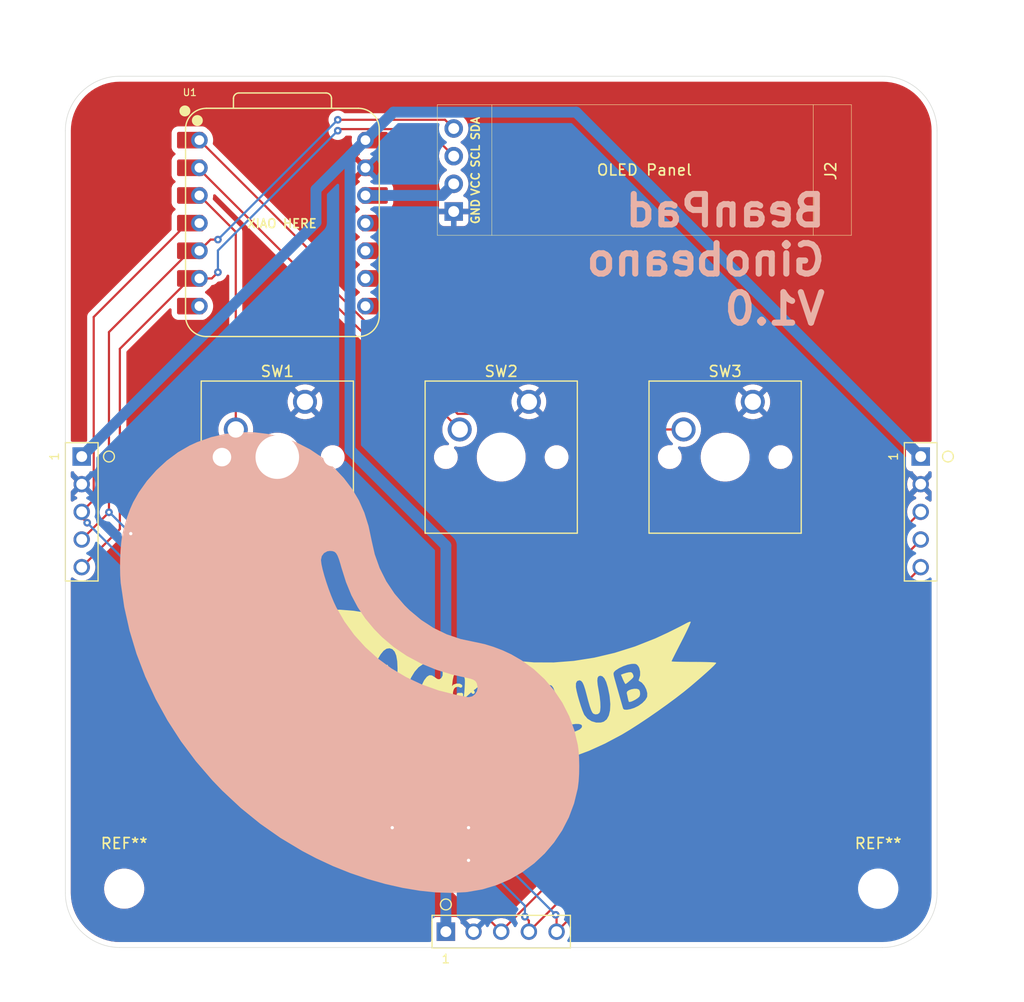
<source format=kicad_pcb>
(kicad_pcb (version 20241229) (generator "pcbnew") (generator_version "9.0")
  (layers (0 "F.Cu" signal "Front") (2 "B.Cu" signal "Back") (13 "F.Paste" user) (15 "B.Paste" user) (5 "F.SilkS" user "F.Silkscreen") (7 "B.SilkS" user "B.Silkscreen") (1 "F.Mask" user) (3 "B.Mask" user) (25 "Edge.Cuts" user))
  (net 0 "")
  (net 1 "VCC")
  (net 2 "GND")
  (net 3 "/GPIO4")
  (net 4 "/SDA")
  (net 5 "/SCL")
  (net 6 "/INT")
  (net 7 "+3V3")
  (net 8 "/GPIO26")
  (net 9 "/GPIO27")
  (net 10 "/GPIO28")
  (net 11 "/GPIO1")
  (net 12 "/GPIO1_1")
  (net 13 "/GPIO2")
  (net 14 "/GPIO3")
  (net 15 "/GPIO3_1")
  (net 16 "/GPIO0")
  (net 17 "/GPIO0_1")
  (net 18 "/GPIO2_1")
  (footprint "LOGO" (layer "F.Cu") (at 129.600325 133.741217)
    (property "Reference" "G***" (at 0 0 0) (layer "F.SilkS") (effects (font (size 1.5 1.5) (thickness 0.3))))
    (property "Value" "LOGO" (hide yes))
    (fp_poly (pts (xy 14.431238 -1.936395) (xy 14.493902 -1.819243) (xy 14.545199 -1.679951) (xy 14.530696 -1.568883) (xy 14.428679 -1.439529) (xy 14.232023 -1.25832) (xy 14.024325 -1.082035) (xy 13.867127 -0.963318) (xy 13.806581 -0.931333) (xy 13.745081 -1.002587) (xy 13.646834 -1.186152) (xy 13.568983 -1.358858) (xy 13.388359 -1.786383) (xy 13.615679 -1.87429) (xy 13.872567 -1.954075) (xy 14.115157 -2.007688) (xy 14.315972 -2.018455)) (fill yes) (layer "F.SilkS"))
    (fp_poly (pts (xy -7.991541 -2.630825) (xy -7.965579 -2.416811) (xy -7.963975 -2.09956) (xy -7.987445 -1.711339) (xy -8.013529 -1.4605) (xy -8.058113 -1.191591) (xy -8.136999 -1.054774) (xy -8.291955 -1.022039) (xy -8.564746 -1.065377) (xy -8.593667 -1.071451) (xy -8.840412 -1.121836) (xy -8.99235 -1.167662) (xy -9.050832 -1.237833) (xy -9.017213 -1.36125) (xy -8.892845 -1.566817) (xy -8.679082 -1.883436) (xy -8.634757 -1.949183) (xy -8.419548 -2.258561) (xy -8.23286 -2.507287) (xy -8.097398 -2.666283) (xy -8.04115 -2.709333)) (fill yes) (layer "F.SilkS"))
    (fp_poly (pts (xy 14.85805 -0.491677) (xy 15.038466 -0.420216) (xy 15.053733 -0.4064) (xy 15.132719 -0.235211) (xy 15.15073 -0.002236) (xy 15.10191 0.194196) (xy 15.090537 0.211667) (xy 14.94416 0.352199) (xy 14.728849 0.496148) (xy 14.491434 0.620263) (xy 14.278746 0.701294) (xy 14.137616 0.71599) (xy 14.111486 0.697744) (xy 14.071551 0.578835) (xy 14.022365 0.370315) (xy 14.015969 0.338667) (xy 13.963906 0.093091) (xy 13.917378 -0.099335) (xy 13.915097 -0.107543) (xy 13.952771 -0.242187) (xy 14.112813 -0.360234) (xy 14.348314 -0.449374) (xy 14.612363 -0.497292)) (fill yes) (layer "F.SilkS"))
    (fp_poly (pts (xy -12.375018 -7.755921) (xy -11.133015 -7.657177) (xy -9.849727 -7.459997) (xy -8.511892 -7.160988) (xy -7.106246 -6.756754) (xy -5.619528 -6.243901) (xy -4.038474 -5.619033) (xy -2.370667 -4.888289) (xy -1.809503 -4.639996) (xy -1.206147 -4.38684) (xy -0.613516 -4.150132) (xy -0.08453 -3.951182) (xy 0.211667 -3.84839) (xy 1.882908 -3.385503) (xy 3.613524 -3.075909) (xy 5.393236 -2.918555) (xy 7.211763 -2.91239) (xy 9.058828 -3.056361) (xy 10.92415 -3.349418) (xy 12.79745 -3.790508) (xy 14.668449 -4.378579) (xy 16.526868 -5.11258) (xy 17.653 -5.633027) (xy 18.113039 -5.859852) (xy 18.551803 -6.0801) (xy 18.932529 -6.275036) (xy 19.218455 -6.425927) (xy 19.325085 -6.485139) (xy 19.557238 -6.602294) (xy 19.730571 -6.659128) (xy 19.790752 -6.653234) (xy 19.771514 -6.563251) (xy 19.683123 -6.345266) (xy 19.535631 -6.020943) (xy 19.339089 -5.611946) (xy 19.103551 -5.13994) (xy 18.944167 -4.828683) (xy 18.686823 -4.328705) (xy 18.457692 -3.879435) (xy 18.267615 -3.502473) (xy 18.127437 -3.219415) (xy 18.047999 -3.051861) (xy 18.034 -3.015642) (xy 18.114804 -3.001046) (xy 18.341773 -2.988018) (xy 18.691741 -2.977157) (xy 19.141541 -2.969061) (xy 19.668009 -2.964327) (xy 20.061003 -2.963333) (xy 20.658023 -2.960159) (xy 21.18219 -2.951173) (xy 21.612232 -2.937182) (xy 21.92688 -2.918989) (xy 22.104859 -2.897402) (xy 22.136581 -2.884737) (xy 22.091562 -2.801002) (xy 21.922267 -2.618103) (xy 21.636325 -2.343056) (xy 21.241365 -1.982881) (xy 20.745017 -1.544596) (xy 20.154911 -1.035219) (xy 19.769667 -0.707406) (xy 19.14242 -0.195813) (xy 18.405784 0.37241) (xy 17.592845 0.974076) (xy 16.736689 1.585999) (xy 15.8704 2.184995) (xy 15.027064 2.747877) (xy 14.239768 3.251461) (xy 13.541596 3.67256) (xy 13.419667 3.742514) (xy 11.91231 4.542315) (xy 10.447125 5.206385) (xy 9.033313 5.73133) (xy 7.680078 6.113755) (xy 6.396621 6.350266) (xy 6.324631 6.359421) (xy 5.874787 6.39576) (xy 5.288805 6.413383) (xy 4.598746 6.413158) (xy 3.836667 6.39595) (xy 3.03463 6.362628) (xy 2.224693 6.314058) (xy 1.438916 6.251105) (xy 1.100667 6.218204) (xy 0.102328 6.103394) (xy -0.870763 5.965939) (xy -1.843661 5.800383) (xy -2.841418 5.60127) (xy -3.889087 5.363146) (xy -5.011722 5.080554) (xy -6.234375 4.748039) (xy -7.5821 4.360144) (xy -8.001 4.236194) (xy -9.489973 3.798233) (xy -10.832211 3.414598) (xy -11.466008 3.240414) (xy -3.288154 3.240414) (xy -3.241281 3.383149) (xy -3.131683 3.47186) (xy -2.898415 3.507062) (xy -2.628154 3.405124) (xy -2.343847 3.187276) (xy -2.068439 2.874748) (xy -1.824876 2.488771) (xy -1.655354 2.105908) (xy -1.547576 1.851112) (xy -1.442733 1.725795) (xy -1.31562 1.693333) (xy -1.235145 1.704439) (xy -1.172085 1.75545) (xy -1.116775 1.872901) (xy -1.059547 2.08333) (xy -0.990735 2.413274) (xy -0.922397 2.772833) (xy -0.823607 3.26676) (xy -0.736174 3.619613) (xy -0.651792 3.858508) (xy -0.562158 4.01056) (xy -0.533456 4.042833) (xy -0.286237 4.201104) (xy -0.027297 4.213727) (xy 0.198265 4.07876) (xy 0.202163 4.074501) (xy 0.33937 3.845383) (xy 0.388535 3.542986) (xy 0.349875 3.143744) (xy 0.22361 2.624087) (xy 0.215836 2.597374) (xy 0.097506 2.219715) (xy -0.011785 1.908454) (xy 3.308645 1.908454) (xy 3.356043 2.535312) (xy 3.471905 3.110377) (xy 3.640442 3.553917) (xy 3.935183 3.967599) (xy 4.314314 4.251372) (xy 4.751114 4.394199) (xy 5.218864 4.385043) (xy 5.476655 4.31236) (xy 5.793918 4.136128) (xy 6.011598 3.901646) (xy 6.095881 3.645825) (xy 6.096 3.636275) (xy 6.061889 3.417949) (xy 5.943203 3.304633) (xy 5.71541 3.284714) (xy 5.443094 3.327189) (xy 5.077187 3.369069) (xy 4.801249 3.305795) (xy 4.578698 3.11743) (xy 4.372958 2.78404) (xy 4.345565 2.729062) (xy 4.209493 2.40216) (xy 4.139667 2.081265) (xy 4.117936 1.681523) (xy 4.11782 1.664429) (xy 4.148444 1.160915) (xy 4.252328 0.791934) (xy 4.437748 0.535651) (xy 4.585644 0.430192) (xy 4.750762 0.356) (xy 4.894724 0.363866) (xy 5.098373 0.458688) (xy 5.103756 0.461583) (xy 5.387702 0.564936) (xy 5.579542 0.534379) (xy 5.666827 0.385432) (xy 5.637104 0.133615) (xy 5.544233 -0.087438) (xy 5.452795 -0.203726) (xy 6.528935 -0.203726) (xy 6.535591 0.085064) (xy 6.571263 0.478491) (xy 6.635924 1.001239) (xy 6.68099 1.332336) (xy 6.746856 1.819527) (xy 6.809447 2.304527) (xy 6.862028 2.733753) (xy 6.897865 3.053627) (xy 6.899978 3.074603) (xy 6.937216 3.357637) (xy 6.998837 3.563029) (xy 7.10618 3.696127) (xy 7.280584 3.762278) (xy 7.543388 3.766826) (xy 7.915933 3.715118) (xy 8.419557 3.612502) (xy 8.751052 3.538365) (xy 9.250845 3.400542) (xy 9.589856 3.248359) (xy 9.776365 3.077052) (xy 9.821333 2.922613) (xy 9.745446 2.801713) (xy 9.536772 2.736791) (xy 9.223793 2.732186) (xy 8.889107 2.780564) (xy 8.54957 2.837342) (xy 8.213353 2.872762) (xy 8.066142 2.878667) (xy 7.718144 2.878667) (xy 7.670206 2.307167) (xy 7.587551 1.429839) (xy 7.499275 0.711932) (xy 7.403247 0.143569) (xy 7.297338 -0.285127) (xy 7.179419 -0.584032) (xy 7.120203 -0.664292) (xy 9.25421 -0.664292) (xy 9.258803 -0.628206) (xy 9.323085 -0.285196) (xy 9.428572 0.144107) (xy 9.561253 0.613919) (xy 9.707116 1.078457) (xy 9.852152 1.491937) (xy 9.982349 1.808576) (xy 10.037458 1.916192) (xy 10.31793 2.249277) (xy 10.693137 2.485428) (xy 11.117856 2.609188) (xy 11.546866 2.605101) (xy 11.813807 2.523315) (xy 12.082888 2.310024) (xy 12.274658 1.959855) (xy 12.386003 1.488142) (xy 12.413812 0.91022) (xy 12.354972 0.241422) (xy 12.320373 0.027688) (xy 12.185049 -0.62225) (xy 12.037274 -1.111173) (xy 11.873186 -1.44718) (xy 11.688922 -1.638372) (xy 11.499729 -1.693333) (xy 11.339368 -1.647806) (xy 11.246355 -1.501317) (xy 11.218808 -1.239003) (xy 11.254847 -0.846002) (xy 11.33513 -0.392824) (xy 11.437058 0.200818) (xy 11.495871 0.7396) (xy 11.510301 1.194655) (xy 11.47908 1.537119) (xy 11.427021 1.698899) (xy 11.273747 1.827766) (xy 11.051171 1.858193) (xy 10.861784 1.794903) (xy 10.761569 1.683537) (xy 10.653183 1.463902) (xy 10.531217 1.120982) (xy 10.390259 0.639763) (xy 10.243173 0.077932) (xy 10.102467 -0.445712) (xy 9.978341 -0.822112) (xy 9.860737 -1.071248) (xy 9.739595 -1.2131) (xy 9.604858 -1.267648) (xy 9.564578 -1.27) (xy 9.363457 -1.200502) (xy 9.258954 -0.996402) (xy 9.25421 -0.664292) (xy 7.120203 -0.664292) (xy 7.047359 -0.763023) (xy 7.000862 -0.79713) (xy 6.867277 -0.836935) (xy 6.740313 -0.75423) (xy 6.683362 -0.68912) (xy 6.602792 -0.566133) (xy 6.551326 -0.412563) (xy 6.528935 -0.203726) (xy 5.452795 -0.203726) (xy 5.31166 -0.383217) (xy 5.009783 -0.546193) (xy 4.66803 -0.581135) (xy 4.31583 -0.492812) (xy 3.98261 -0.285994) (xy 3.697799 0.034552) (xy 3.58568 0.229949) (xy 3.422618 0.70449) (xy 3.330555 1.281086) (xy 3.308645 1.908454) (xy -0.011785 1.908454) (xy -0.027129 1.864754) (xy -0.13653 1.592647) (xy -0.166466 1.529621) (xy -0.330122 1.208828) (xy -0.068968 0.964247) (xy 0.21405 0.668464) (xy 0.481238 0.335424) (xy 0.706902 0.003254) (xy 0.865345 -0.289919) (xy 0.930871 -0.505967) (xy 0.931333 -0.519971) (xy 0.883763 -0.747904) (xy 0.741968 -0.836538) (xy 0.507327 -0.786344) (xy 0.181216 -0.59779) (xy -0.234989 -0.271342) (xy -0.503017 -0.03207) (xy -0.755058 0.191416) (xy -0.94604 0.342246) (xy -1.053993 0.404316) (xy -1.066524 0.381) (xy -1.033645 0.226356) (xy -0.999411 -0.051557) (xy -0.968879 -0.406793) (xy -0.954523 -0.636418) (xy -0.935771 -1.024284) (xy -0.93398 -1.284292) (xy -0.955933 -1.457609) (xy -1.008413 -1.585404) (xy -1.098205 -1.708845) (xy -1.139375 -1.758251) (xy -1.272799 -1.878187) (xy 12.706197 -1.878187) (xy 12.732777 -1.698992) (xy 12.795878 -1.455156) (xy 12.858744 -1.229401) (xy 12.953537 -0.893698) (xy 13.069429 -0.485895) (xy 13.195594 -0.043843) (xy 13.321205 0.394609) (xy 13.435433 0.79161) (xy 13.527453 1.109311) (xy 13.586435 1.309862) (xy 13.593595 1.3335) (xy 13.702162 1.418532) (xy 13.933869 1.430771) (xy 14.259946 1.372242) (xy 14.606488 1.262172) (xy 14.993442 1.072599) (xy 15.345111 0.820011) (xy 15.621384 0.539471) (xy 15.78215 0.266041) (xy 15.794996 0.223233) (xy 15.804451 -0.095411) (xy 15.708451 -0.45016) (xy 15.533556 -0.788348) (xy 15.306326 -1.05731) (xy 15.078878 -1.196707) (xy 15.005975 -1.259405) (xy 15.046893 -1.394429) (xy 15.058525 -1.416648) (xy 15.146987 -1.72119) (xy 15.147369 -2.080092) (xy 15.065473 -2.414856) (xy 14.972489 -2.580279) (xy 14.847 -2.716819) (xy 14.712163 -2.779213) (xy 14.505299 -2.787082) (xy 14.347196 -2.776037) (xy 13.994347 -2.707029) (xy 13.597796 -2.569298) (xy 13.217829 -2.389436) (xy 12.914733 -2.194037) (xy 12.810135 -2.098031) (xy 12.731593 -1.993586) (xy 12.706197 -1.878187) (xy -1.272799 -1.878187) (xy -1.360556 -1.957072) (xy -1.569326 -2.031985) (xy -1.571908 -2.032) (xy -1.740894 -1.996293) (xy -1.871103 -1.876179) (xy -1.970049 -1.652171) (xy -2.045246 -1.30478) (xy -2.104209 -0.81452) (xy -2.122521 -0.604092) (xy -2.210893 0.17135) (xy -2.350707 0.845341) (xy -2.559955 1.482428) (xy -2.85663 2.147155) (xy -2.930184 2.293291) (xy -3.136659 2.719191) (xy -3.254631 3.026996) (xy -3.288154 3.240414) (xy -11.466008 3.240414) (xy -12.040412 3.082553) (xy -13.12727 2.799362) (xy -14.105481 2.562289) (xy -14.98774 2.368597) (xy -15.786743 2.21555) (xy -16.515185 2.100412) (xy -17.185761 2.020447) (xy -17.811168 1.972918) (xy -18.404101 1.955089) (xy -18.584333 1.955172) (xy -19.059575 1.96621) (xy -19.512683 1.990037) (xy -19.910517 2.023586) (xy -20.219937 2.063789) (xy -20.407802 2.107579) (xy -20.443487 2.127265) (xy -20.49912 2.258403) (xy -20.562422 2.533633) (xy -20.630371 2.928051) (xy -20.699946 3.416753) (xy -20.768125 3.974835) (xy -20.831885 4.577393) (xy -20.888206 5.199524) (xy -20.934066 5.816323) (xy -20.966443 6.402887) (xy -20.968695 6.455833) (xy -21.02381 7.789333) (xy -21.645572 7.789333) (xy -22.267333 7.789333) (xy -22.267333 7.469305) (xy -22.253549 7.189304) (xy -22.215279 6.778519) (xy -22.157146 6.272979) (xy -22.083773 5.708713) (xy -21.999784 5.121749) (xy -21.909802 4.548118) (xy -21.841227 4.148667) (xy -21.52115 2.605002) (xy -21.113535 1.067589) (xy -20.609911 -0.48803) (xy -20.502727 -0.769741) (xy -16.242105 -0.769741) (xy -16.226046 -0.452934) (xy -16.117477 -0.256682) (xy -15.915666 -0.173426) (xy -15.842209 -0.169333) (xy -15.504792 -0.252382) (xy -15.17029 -0.50221) (xy -14.837525 -0.919844) (xy -14.67435 -1.186752) (xy -14.50809 -1.482148) (xy -14.375769 -1.722125) (xy -14.298577 -1.868063) (xy -14.288234 -1.890485) (xy -14.207717 -1.886145) (xy -14.013974 -1.833811) (xy -13.750784 -1.748913) (xy -13.461928 -1.64688) (xy -13.191186 -1.543144) (xy -12.982338 -1.453134) (xy -12.8814 -1.394654) (xy -12.885334 -1.3047) (xy -12.920013 -1.085826) (xy -12.979188 -0.774356) (xy -13.031317 -0.523125) (xy -13.119511 -0.066621) (xy -13.157649 0.255019) (xy -13.148189 0.467914) (xy -13.130555 0.53134) (xy -12.991058 0.756635) (xy -12.79364 0.831121) (xy -12.538795 0.76081) (xy -11.006667 0.76081) (xy -10.955097 1.032228) (xy -10.814298 1.172397) (xy -10.605137 1.178725) (xy -10.348479 1.048622) (xy -10.14486 0.867833) (xy -9.945665 0.641369) (xy -9.785697 0.428148) (xy -9.737743 0.348706) (xy -9.667634 0.238334) (xy -9.571958 0.184657) (xy -9.402951 0.176218) (xy -9.120757 0.200736) (xy -8.84476 0.2342) (xy -8.645332 0.267043) (xy -8.573358 0.28842) (xy -8.579128 0.379996) (xy -8.625929 0.589905) (xy -8.70396 0.874957) (xy -8.714666 0.911184) (xy -8.826088 1.314541) (xy -8.877959 1.592782) (xy -8.872629 1.778403) (xy -8.812449 1.903901) (xy -8.7884 1.9304) (xy -8.582876 2.026108) (xy -8.321532 1.978104) (xy -8.029501 1.791409) (xy -8.01064 1.775106) (xy -7.874756 1.641603) (xy -7.771974 1.492894) (xy -7.68553 1.29045) (xy -7.598663 0.995739) (xy -7.553092 0.810133) (xy -6.433415 0.810133) (xy -6.381992 1.493349) (xy -6.226899 2.058375) (xy -5.971543 2.498407) (xy -5.619331 2.806643) (xy -5.376333 2.92083) (xy -4.998876 3.02396) (xy -4.700917 3.024379) (xy -4.426462 2.92094) (xy -4.391078 2.900686) (xy -4.15371 2.676119) (xy -4.065524 2.383012) (xy -4.077965 2.233679) (xy -4.174518 2.113063) (xy -4.421369 2.017752) (xy -4.521223 1.994149) (xy -4.865835 1.881516) (xy -5.096179 1.700978) (xy -5.229966 1.425418) (xy -5.284904 1.027721) (xy -5.288732 0.818987) (xy -5.212339 0.110537) (xy -5.002911 -0.604869) (xy -4.680172 -1.261121) (xy -4.657183 -1.297883) (xy -4.421114 -1.60103) (xy -4.192207 -1.741123) (xy -3.954572 -1.722864) (xy -3.72035 -1.575132) (xy -3.478891 -1.404573) (xy -3.295417 -1.366657) (xy -3.130096 -1.455805) (xy -3.096381 -1.487714) (xy -2.978496 -1.714576) (xy -2.973866 -2.004198) (xy -3.068168 -2.307995) (xy -3.24708 -2.577383) (xy -3.468562 -2.750234) (xy -3.802913 -2.850998) (xy -4.20724 -2.871089) (xy -4.602874 -2.810938) (xy -4.790049 -2.742964) (xy -5.182211 -2.47215) (xy -5.543417 -2.061387) (xy -5.860509 -1.539123) (xy -6.12033 -0.933802) (xy -6.309723 -0.273872) (xy -6.415531 0.412222) (xy -6.433415 0.810133) (xy -7.553092 0.810133) (xy -7.504185 0.61094) (xy -7.303015 -0.34393) (xy -7.176779 -1.197925) (xy -7.1192 -1.998759) (xy -7.11402 -2.355627) (xy -7.144089 -3.023494) (xy -7.231822 -3.537478) (xy -7.379667 -3.903774) (xy -7.590071 -4.128577) (xy -7.849381 -4.216649) (xy -8.125356 -4.173613) (xy -8.398799 -3.983362) (xy -8.677451 -3.638636) (xy -8.934814 -3.198494) (xy -9.075884 -2.932592) (xy -9.280325 -2.55239) (xy -9.529729 -2.091863) (xy -9.805688 -1.584989) (xy -10.089792 -1.065743) (xy -10.131858 -0.989098) (xy -10.391034 -0.510015) (xy -10.619713 -0.073792) (xy -10.805819 0.295415) (xy -10.937276 0.573446) (xy -11.002005 0.736146) (xy -11.006667 0.76081) (xy -12.538795 0.76081) (xy -12.525993 0.757278) (xy -12.3871 0.681059) (xy -12.167488 0.514956) (xy -11.999398 0.334206) (xy -11.990891 0.321542) (xy -11.918576 0.165461) (xy -11.810028 -0.125215) (xy -11.674278 -0.521911) (xy -11.520355 -0.996049) (xy -11.35729 -1.519056) (xy -11.194113 -2.062353) (xy -11.039855 -2.597365) (xy -10.903547 -3.095516) (xy -10.867731 -3.232623) (xy -10.748665 -3.742525) (xy -10.693522 -4.122489) (xy -10.703634 -4.399919) (xy -10.780332 -4.60222) (xy -10.92495 -4.756794) (xy -10.942472 -4.770142) (xy -11.10549 -4.877342) (xy -11.235793 -4.894799) (xy -11.415695 -4.827477) (xy -11.469775 -4.801938) (xy -11.610085 -4.718135) (xy -11.735863 -4.594117) (xy -11.86795 -4.399907) (xy -12.02719 -4.105529) (xy -12.202049 -3.748759) (xy -12.373167 -3.392836) (xy -12.516228 -3.097666) (xy -12.616293 -2.893908) (xy -12.65842 -2.812222) (xy -12.658446 -2.812189) (xy -12.742251 -2.824556) (xy -12.932431 -2.884656) (xy -13.17957 -2.973871) (xy -13.434253 -3.073577) (xy -13.647063 -3.165154) (xy -13.768586 -3.22998) (xy -13.769952 -3.231037) (xy -13.823654 -3.353715) (xy -13.800705 -3.594666) (xy -13.786687 -3.660932) (xy -13.751361 -4.032832) (xy -13.788598 -4.442181) (xy -13.885567 -4.842669) (xy -14.029439 -5.187986) (xy -14.207383 -5.431823) (xy -14.295137 -5.496092) (xy -14.580836 -5.587185) (xy -14.82111 -5.526348) (xy -15.019925 -5.309703) (xy -15.181244 -4.933369) (xy -15.282951 -4.529644) (xy -15.595616 -3.173138) (xy -15.973952 -1.874504) (xy -15.99962 -1.795267) (xy -16.166386 -1.214666) (xy -16.242105 -0.769741) (xy -20.502727 -0.769741) (xy -20.001805 -2.086309) (xy -19.280749 -3.751704) (xy -18.629894 -5.122333) (xy -18.304009 -5.778905) (xy -18.039041 -6.295275) (xy -17.825492 -6.685243) (xy -17.653864 -6.962605) (xy -17.514657 -7.14116) (xy -17.398374 -7.234704) (xy -17.295516 -7.257036) (xy -17.196585 -7.221952) (xy -17.188046 -7.216761) (xy -17.059417 -7.170746) (xy -16.88065 -7.185114) (xy -16.604636 -7.265036) (xy -16.536616 -7.288301) (xy -16.006996 -7.455188) (xy -15.488095 -7.578655) (xy -14.934399 -7.665978) (xy -14.300392 -7.724435) (xy -13.589 -7.759624)) (fill yes) (layer "F.SilkS"))
  )
  (footprint "Module:XIAO-RP2040-DIP" (layer "F.Cu") (at 111.91875 90.4875)
    (property "Reference" "U1" (at -8.5 -12 0) (layer "F.SilkS") (effects (font (size 0.635 0.635) (thickness 0.1016))))
    (property "Value" "XIAO-RP2040-DIP")
    (fp_line (start -8.89 8.509) (end -8.89 -8.636) (stroke (width 0.127)) (layer "F.SilkS"))
    (fp_line (start -6.985 10.414) (end 6.985 10.414) (stroke (width 0.127)) (layer "F.SilkS"))
    (fp_line (start -4.495 -10.541) (end -4.491272 -11.451272) (stroke (width 0.127)) (layer "F.SilkS"))
    (fp_line (start -3.991272 -11.951) (end 4.004 -11.951) (stroke (width 0.127)) (layer "F.SilkS"))
    (fp_line (start 4.504 -11.451) (end 4.504 -10.541) (stroke (width 0.127)) (layer "F.SilkS"))
    (fp_line (start 6.985 -10.541) (end -6.985 -10.541) (stroke (width 0.1)) (layer "F.SilkS"))
    (fp_line (start 6.985 -10.541) (end -6.985 -10.541) (stroke (width 0.127)) (layer "F.SilkS"))
    (fp_line (start 8.89 8.509) (end 8.89 -8.636) (stroke (width 0.127)) (layer "F.SilkS"))
    (fp_arc (start -8.89 -8.636) (mid -8.332038 -9.983038) (end -6.985 -10.541) (stroke (width 0.127)) (layer "F.SilkS"))
    (fp_arc (start -6.985 10.414) (mid -8.332038 9.856038) (end -8.89 8.509) (stroke (width 0.127)) (layer "F.SilkS"))
    (fp_arc (start -4.491272 -11.451272) (mid -4.344728 -11.80464) (end -3.991272 -11.951) (stroke (width 0.127)) (layer "F.SilkS"))
    (fp_arc (start 4.004 -11.951) (mid 4.357553 -11.804553) (end 4.504 -11.451) (stroke (width 0.127)) (layer "F.SilkS"))
    (fp_arc (start 6.985 -10.541) (mid 8.332038 -9.983038) (end 8.89 -8.636) (stroke (width 0.127)) (layer "F.SilkS"))
    (fp_arc (start 8.89 8.509) (mid 8.332038 9.856038) (end 6.985 10.414) (stroke (width 0.127)) (layer "F.SilkS"))
    (fp_circle (center -8.95 -10.3) (end -8.95 -10.554) (stroke (width 0.5)) (fill yes) (layer "F.SilkS"))
    (fp_circle (center -7.807 -9.42) (end -7.807 -9.674) (stroke (width 0.5)) (fill yes) (layer "F.SilkS"))
    (pad "1" smd roundrect (at -8.455 -7.62 180) (size 2.432 1.524) (layers "F.Cu" "F.Mask") (roundrect_rratio 0.1) (net 8 "/GPIO26"))
    (pad "1" thru_hole circle (at -7.62 -7.62 180) (size 1.524 1.524) (drill 0.889) (layers "*.Cu" "*.Mask") (net 8 "/GPIO26"))
    (pad "2" smd roundrect (at -8.455 -5.08 180) (size 2.432 1.524) (layers "F.Cu" "F.Mask") (roundrect_rratio 0.1) (net 9 "/GPIO27"))
    (pad "2" thru_hole circle (at -7.62 -5.08 180) (size 1.524 1.524) (drill 0.889) (layers "*.Cu" "*.Mask") (net 9 "/GPIO27"))
    (pad "3" smd roundrect (at -8.455 -2.54 180) (size 2.432 1.524) (layers "F.Cu" "F.Mask") (roundrect_rratio 0.1) (net 10 "/GPIO28"))
    (pad "3" thru_hole circle (at -7.62 -2.54 180) (size 1.524 1.524) (drill 0.889) (layers "*.Cu" "*.Mask") (net 10 "/GPIO28"))
    (pad "4" smd roundrect (at -8.455 0 180) (size 2.432 1.524) (layers "F.Cu" "F.Mask") (roundrect_rratio 0.1) (net 6 "/INT"))
    (pad "4" thru_hole circle (at -7.62 0 180) (size 1.524 1.524) (drill 0.889) (layers "*.Cu" "*.Mask") (net 6 "/INT"))
    (pad "5" smd roundrect (at -8.455 2.54 180) (size 2.432 1.524) (layers "F.Cu" "F.Mask") (roundrect_rratio 0.1) (net 4 "/SDA"))
    (pad "5" thru_hole circle (at -7.62 2.54 180) (size 1.524 1.524) (drill 0.889) (layers "*.Cu" "*.Mask") (net 4 "/SDA"))
    (pad "6" smd roundrect (at -8.455 5.08 180) (size 2.432 1.524) (layers "F.Cu" "F.Mask") (roundrect_rratio 0.1) (net 5 "/SCL"))
    (pad "6" thru_hole circle (at -7.62 5.08 180) (size 1.524 1.524) (drill 0.889) (layers "*.Cu" "*.Mask") (net 5 "/SCL"))
    (pad "7" smd roundrect (at -8.455 7.62 180) (size 2.432 1.524) (layers "F.Cu" "F.Mask") (roundrect_rratio 0.1) (net 16 "/GPIO0"))
    (pad "7" thru_hole circle (at -7.62 7.62 180) (size 1.524 1.524) (drill 0.889) (layers "*.Cu" "*.Mask") (net 17 "/GPIO0_1"))
    (pad "8" thru_hole circle (at 7.62 7.62) (size 1.524 1.524) (drill 0.889) (layers "*.Cu" "*.Mask") (net 12 "/GPIO1_1"))
    (pad "8" smd roundrect (at 8.455 7.62) (size 2.432 1.524) (layers "F.Cu" "F.Mask") (roundrect_rratio 0.1) (net 11 "/GPIO1"))
    (pad "9" thru_hole circle (at 7.62 5.08) (size 1.524 1.524) (drill 0.889) (layers "*.Cu" "*.Mask") (net 13 "/GPIO2"))
    (pad "9" smd roundrect (at 8.455 5.08) (size 2.432 1.524) (layers "F.Cu" "F.Mask") (roundrect_rratio 0.1) (net 18 "/GPIO2_1"))
    (pad "10" thru_hole circle (at 7.62 2.54) (size 1.524 1.524) (drill 0.889) (layers "*.Cu" "*.Mask") (net 3 "/GPIO4"))
    (pad "10" smd roundrect (at 8.455 2.54) (size 2.432 1.524) (layers "F.Cu" "F.Mask") (roundrect_rratio 0.1) (net 3 "/GPIO4"))
    (pad "11" thru_hole circle (at 7.62 0) (size 1.524 1.524) (drill 0.889) (layers "*.Cu" "*.Mask") (net 15 "/GPIO3_1"))
    (pad "11" smd roundrect (at 8.455 0) (size 2.432 1.524) (layers "F.Cu" "F.Mask") (roundrect_rratio 0.1) (net 14 "/GPIO3"))
    (pad "12" thru_hole circle (at 7.62 -2.54) (size 1.524 1.524) (drill 0.889) (layers "*.Cu" "*.Mask") (net 7 "+3V3"))
    (pad "12" smd roundrect (at 8.455 -2.54) (size 2.432 1.524) (layers "F.Cu" "F.Mask") (roundrect_rratio 0.1) (net 7 "+3V3"))
    (pad "13" thru_hole circle (at 7.62 -5.08) (size 1.524 1.524) (drill 0.889) (layers "*.Cu" "*.Mask") (net 2 "GND"))
    (pad "13" smd roundrect (at 8.455 -5.08) (size 2.432 1.524) (layers "F.Cu" "F.Mask") (roundrect_rratio 0.1) (net 2 "GND"))
    (pad "14" thru_hole circle (at 7.62 -7.62) (size 1.524 1.524) (drill 0.889) (layers "*.Cu" "*.Mask") (net 1 "VCC"))
    (pad "14" smd roundrect (at 8.455 -7.62) (size 2.432 1.524) (layers "F.Cu" "F.Mask") (roundrect_rratio 0.1) (net 1 "VCC"))
  )
  (footprint "SSD1306:SSD1306-0.91-OLED-4pin-128x32" (layer "F.Cu") (at 164.14125 91.61 180)
    (property "Reference" "J2" (at 1.9 5.91 90) (layer "F.SilkS"))
    (property "Value" "Display")
    (fp_line (start 38 12) (end 38 0) (stroke (width 0.04)) (layer "F.SilkS"))
    (fp_line (start 38 0) (end 0 0) (stroke (width 0.04)) (layer "F.SilkS"))
    (fp_line (start 33 0) (end 33 12) (stroke (width 0.04)) (layer "F.SilkS"))
    (fp_line (start 3.5 0) (end 3.5 12) (stroke (width 0.04)) (layer "F.SilkS"))
    (fp_line (start 0 12) (end 38 12) (stroke (width 0.04)) (layer "F.SilkS"))
    (fp_line (start 0 0) (end 0 12) (stroke (width 0.04)) (layer "F.SilkS"))
    (fp_text user "SDA" (at 34.5 9.81 90) (layer "F.SilkS") (effects (font (size 0.75 0.75))))
    (fp_text user "GND" (at 34.5 2.19 90) (layer "F.SilkS") (effects (font (size 0.75 0.75))))
    (fp_text user "VCC" (at 34.5 4.73 90) (layer "F.SilkS") (effects (font (size 0.75 0.75))))
    (fp_text user "SCL" (at 34.5 7.27 90) (layer "F.SilkS") (effects (font (size 0.75 0.75))))
    (fp_text user "OLED Panel" (at 19 6 0) (layer "F.SilkS"))
    (pad "1" thru_hole rect (at 36.5 2.19 180) (size 1.7 1.7) (drill 1) (layers "*.Cu" "*.Mask") (net 2 "GND"))
    (pad "2" thru_hole oval (at 36.5 4.73 180) (size 1.7 1.7) (drill 1) (layers "*.Cu" "*.Mask") (net 7 "+3V3"))
    (pad "3" thru_hole oval (at 36.5 7.27 180) (size 1.7 1.7) (drill 1) (layers "*.Cu" "*.Mask") (net 5 "/SCL"))
    (pad "4" thru_hole oval (at 36.5 9.81 180) (size 1.7 1.7) (drill 1) (layers "*.Cu" "*.Mask") (net 4 "/SDA"))
  )
  (footprint "MountingHole:MountingHole_3.2mm_M3" (layer "F.Cu") (at 97.4 151.6)
    (property "Reference" "REF**" (at 0 -4.15 0) (layer "F.SilkS"))
    (property "Value" "MountingHole_3.2mm_M3")
    (pad "" np_thru_hole circle (at 0 0) (size 3.2 3.2) (drill 3.2) (layers "*.Cu" "*.Mask"))
  )
  (footprint "Button_Switch_Keyboard:SW_Cherry_MX_1.00u_PCB" (layer "F.Cu") (at 155.09 106.895)
    (property "Reference" "SW3" (at -2.54 -2.794 0) (layer "F.SilkS"))
    (property "Value" "SW_Push")
    (fp_line (start -9.525 -1.905) (end 4.445 -1.905) (stroke (width 0.12)) (layer "F.SilkS"))
    (fp_line (start -9.525 12.065) (end -9.525 -1.905) (stroke (width 0.12)) (layer "F.SilkS"))
    (fp_line (start 4.445 -1.905) (end 4.445 12.065) (stroke (width 0.12)) (layer "F.SilkS"))
    (fp_line (start 4.445 12.065) (end -9.525 12.065) (stroke (width 0.12)) (layer "F.SilkS"))
    (pad "" np_thru_hole circle (at -7.62 5.08) (size 1.7 1.7) (drill 1.7) (layers "*.Cu" "*.Mask"))
    (pad "" np_thru_hole circle (at -2.54 5.08) (size 4 4) (drill 4) (layers "*.Cu" "*.Mask"))
    (pad "" np_thru_hole circle (at 2.54 5.08) (size 1.7 1.7) (drill 1.7) (layers "*.Cu" "*.Mask"))
    (pad "1" thru_hole circle (at 0 0) (size 2.2 2.2) (drill 1.5) (layers "*.Cu" "*.Mask") (net 2 "GND"))
    (pad "2" thru_hole circle (at -6.35 2.54) (size 2.2 2.2) (drill 1.5) (layers "*.Cu" "*.Mask") (net 8 "/GPIO26"))
  )
  (footprint "Conn_Pogo:male_only_connector_5pin_Version3" (layer "F.Cu") (at 170.5 117 -90)
    (property "Reference" "J1" (hide yes))
    (property "Value" "Male_Pogo_Connector_01x05" (hide yes))
    (fp_line (start -6.35 1.5) (end 6.35 1.5) (stroke (width 0.12)) (layer "F.SilkS"))
    (fp_line (start -6.35 -1.5) (end -6.35 1.5) (stroke (width 0.12)) (layer "F.SilkS"))
    (fp_line (start -6.35 -1.5) (end 6.35 -1.5) (stroke (width 0.12)) (layer "F.SilkS"))
    (fp_line (start 6.35 -1.5) (end 6.35 1.5) (stroke (width 0.12)) (layer "F.SilkS"))
    (fp_circle (center -5.08 -2.5) (end -4.58 -2.5) (stroke (width 0.12)) (fill no) (layer "F.SilkS"))
    (fp_text user "1" (at -5.08 2.5 90) (layer "F.SilkS") (effects (font (size 0.8 0.8) (thickness 0.12))))
    (pad "1" thru_hole rect (at -5.08 0 270) (size 1.7 1.7) (drill 1) (layers "*.Cu" "*.Mask") (net 1 "VCC"))
    (pad "2" thru_hole circle (at -2.54 0 270) (size 1.5 1.5) (drill 1) (layers "*.Cu" "*.Mask") (net 2 "GND"))
    (pad "3" thru_hole circle (at 0 0 270) (size 1.5 1.5) (drill 1) (layers "*.Cu" "*.Mask") (net 6 "/INT"))
    (pad "4" thru_hole circle (at 2.54 0 270) (size 1.5 1.5) (drill 1) (layers "*.Cu" "*.Mask") (net 4 "/SDA"))
    (pad "5" thru_hole circle (at 5.08 0 270) (size 1.5 1.5) (drill 1) (layers "*.Cu" "*.Mask") (net 5 "/SCL"))
  )
  (footprint "Conn_Pogo:male_only_connector_5pin_Version3" (layer "F.Cu") (at 93.5 117 -90)
    (property "Reference" "J3" (hide yes))
    (property "Value" "Male_Pogo_Connector_01x05" (hide yes))
    (fp_line (start -6.35 1.5) (end 6.35 1.5) (stroke (width 0.12)) (layer "F.SilkS"))
    (fp_line (start -6.35 -1.5) (end -6.35 1.5) (stroke (width 0.12)) (layer "F.SilkS"))
    (fp_line (start -6.35 -1.5) (end 6.35 -1.5) (stroke (width 0.12)) (layer "F.SilkS"))
    (fp_line (start 6.35 -1.5) (end 6.35 1.5) (stroke (width 0.12)) (layer "F.SilkS"))
    (fp_circle (center -5.08 -2.5) (end -4.58 -2.5) (stroke (width 0.12)) (fill no) (layer "F.SilkS"))
    (fp_text user "1" (at -5.08 2.5 90) (layer "F.SilkS") (effects (font (size 0.8 0.8) (thickness 0.12))))
    (pad "1" thru_hole rect (at -5.08 0 270) (size 1.7 1.7) (drill 1) (layers "*.Cu" "*.Mask") (net 1 "VCC"))
    (pad "2" thru_hole circle (at -2.54 0 270) (size 1.5 1.5) (drill 1) (layers "*.Cu" "*.Mask") (net 2 "GND"))
    (pad "3" thru_hole circle (at 0 0 270) (size 1.5 1.5) (drill 1) (layers "*.Cu" "*.Mask") (net 6 "/INT"))
    (pad "4" thru_hole circle (at 2.54 0 270) (size 1.5 1.5) (drill 1) (layers "*.Cu" "*.Mask") (net 4 "/SDA"))
    (pad "5" thru_hole circle (at 5.08 0 270) (size 1.5 1.5) (drill 1) (layers "*.Cu" "*.Mask") (net 5 "/SCL"))
  )
  (footprint "Button_Switch_Keyboard:SW_Cherry_MX_1.00u_PCB" (layer "F.Cu") (at 113.99 106.895)
    (property "Reference" "SW1" (at -2.54 -2.794 0) (layer "F.SilkS"))
    (property "Value" "SW_Push")
    (fp_line (start -9.525 -1.905) (end 4.445 -1.905) (stroke (width 0.12)) (layer "F.SilkS"))
    (fp_line (start -9.525 12.065) (end -9.525 -1.905) (stroke (width 0.12)) (layer "F.SilkS"))
    (fp_line (start 4.445 -1.905) (end 4.445 12.065) (stroke (width 0.12)) (layer "F.SilkS"))
    (fp_line (start 4.445 12.065) (end -9.525 12.065) (stroke (width 0.12)) (layer "F.SilkS"))
    (pad "" np_thru_hole circle (at -7.62 5.08) (size 1.7 1.7) (drill 1.7) (layers "*.Cu" "*.Mask"))
    (pad "" np_thru_hole circle (at -2.54 5.08) (size 4 4) (drill 4) (layers "*.Cu" "*.Mask"))
    (pad "" np_thru_hole circle (at 2.54 5.08) (size 1.7 1.7) (drill 1.7) (layers "*.Cu" "*.Mask"))
    (pad "1" thru_hole circle (at 0 0) (size 2.2 2.2) (drill 1.5) (layers "*.Cu" "*.Mask") (net 2 "GND"))
    (pad "2" thru_hole circle (at -6.35 2.54) (size 2.2 2.2) (drill 1.5) (layers "*.Cu" "*.Mask") (net 10 "/GPIO28"))
  )
  (footprint "MountingHole:MountingHole_3.2mm_M3" (layer "F.Cu") (at 166.6 151.6)
    (property "Reference" "REF**" (at 0 -4.15 0) (layer "F.SilkS"))
    (property "Value" "MountingHole_3.2mm_M3")
    (pad "" np_thru_hole circle (at 0 0) (size 3.2 3.2) (drill 3.2) (layers "*.Cu" "*.Mask"))
  )
  (footprint "Button_Switch_Keyboard:SW_Cherry_MX_1.00u_PCB" (layer "F.Cu") (at 134.54 106.895)
    (property "Reference" "SW2" (at -2.54 -2.794 0) (layer "F.SilkS"))
    (property "Value" "SW_Push")
    (fp_line (start -9.525 -1.905) (end 4.445 -1.905) (stroke (width 0.12)) (layer "F.SilkS"))
    (fp_line (start -9.525 12.065) (end -9.525 -1.905) (stroke (width 0.12)) (layer "F.SilkS"))
    (fp_line (start 4.445 -1.905) (end 4.445 12.065) (stroke (width 0.12)) (layer "F.SilkS"))
    (fp_line (start 4.445 12.065) (end -9.525 12.065) (stroke (width 0.12)) (layer "F.SilkS"))
    (pad "" np_thru_hole circle (at -7.62 5.08) (size 1.7 1.7) (drill 1.7) (layers "*.Cu" "*.Mask"))
    (pad "" np_thru_hole circle (at -2.54 5.08) (size 4 4) (drill 4) (layers "*.Cu" "*.Mask"))
    (pad "" np_thru_hole circle (at 2.54 5.08) (size 1.7 1.7) (drill 1.7) (layers "*.Cu" "*.Mask"))
    (pad "1" thru_hole circle (at 0 0) (size 2.2 2.2) (drill 1.5) (layers "*.Cu" "*.Mask") (net 2 "GND"))
    (pad "2" thru_hole circle (at -6.35 2.54) (size 2.2 2.2) (drill 1.5) (layers "*.Cu" "*.Mask") (net 9 "/GPIO27"))
  )
  (footprint "Conn_Pogo:male_only_connector_5pin_Version3" (layer "F.Cu") (at 132 155.55)
    (property "Reference" "J5" (hide yes))
    (property "Value" "Male_Pogo_Connector_01x05" (hide yes))
    (fp_line (start -6.35 -1.5) (end -6.35 1.5) (stroke (width 0.12)) (layer "F.SilkS"))
    (fp_line (start -6.35 -1.5) (end 6.35 -1.5) (stroke (width 0.12)) (layer "F.SilkS"))
    (fp_line (start -6.35 1.5) (end 6.35 1.5) (stroke (width 0.12)) (layer "F.SilkS"))
    (fp_line (start 6.35 -1.5) (end 6.35 1.5) (stroke (width 0.12)) (layer "F.SilkS"))
    (fp_circle (center -5.08 -2.5) (end -4.58 -2.5) (stroke (width 0.12)) (fill no) (layer "F.SilkS"))
    (fp_text user "1" (at -5.08 2.5 0) (layer "F.SilkS") (effects (font (size 0.8 0.8) (thickness 0.12))))
    (pad "1" thru_hole rect (at -5.08 0) (size 1.7 1.7) (drill 1) (layers "*.Cu" "*.Mask") (net 1 "VCC"))
    (pad "2" thru_hole circle (at -2.54 0) (size 1.5 1.5) (drill 1) (layers "*.Cu" "*.Mask") (net 2 "GND"))
    (pad "3" thru_hole circle (at 0 0) (size 1.5 1.5) (drill 1) (layers "*.Cu" "*.Mask") (net 6 "/INT"))
    (pad "4" thru_hole circle (at 2.54 0) (size 1.5 1.5) (drill 1) (layers "*.Cu" "*.Mask") (net 4 "/SDA"))
    (pad "5" thru_hole circle (at 5.08 0) (size 1.5 1.5) (drill 1) (layers "*.Cu" "*.Mask") (net 5 "/SCL"))
  )
  (footprint "LOGO" (layer "B.Cu") (at 118 131 180)
    (property "Reference" "G***" (at 0 0 0) (layer "B.SilkS") (effects (font (size 1.5 1.5) (thickness 0.3)) (justify mirror)))
    (property "Value" "LOGO" (hide yes))
    (fp_poly (pts (xy 11.286345 21.165835) (xy 12.614508 20.862313) (xy 13.919706 20.3992) (xy 14.604999 20.0848) (xy 15.671747 19.467551) (xy 16.694462 18.70588) (xy 17.649618 17.823455) (xy 18.513686 16.84394) (xy 19.26314 15.791001) (xy 19.781561 14.877713) (xy 20.051012 14.275829) (xy 20.312608 13.571256) (xy 20.544686 12.830073) (xy 20.725577 12.11836) (xy 20.787079 11.811001) (xy 20.871597 11.202371) (xy 20.933474 10.478661) (xy 20.971129 9.692812) (xy 20.98298 8.897763) (xy 20.967446 8.146453) (xy 20.922945 7.491822) (xy 20.917637 7.441041) (xy 20.596928 5.255138) (xy 20.11204 3.090605) (xy 19.467729 0.957159) (xy 18.668747 -1.135483) (xy 17.71985 -3.177601) (xy 16.62579 -5.159477) (xy 15.391323 -7.071394) (xy 14.021202 -8.903632) (xy 12.520181 -10.646475) (xy 11.602011 -11.602011) (xy 9.89968 -13.193824) (xy 8.119111 -14.640138) (xy 6.245781 -15.951425) (xy 4.265168 -17.138155) (xy 2.996851 -17.805998) (xy 1.454155 -18.524908) (xy -0.131462 -19.161046) (xy -1.739936 -19.70995) (xy -3.351204 -20.167154) (xy -4.945202 -20.528196) (xy -6.501868 -20.788612) (xy -8.001136 -20.943937) (xy -9.422944 -20.989707) (xy -10.747228 -20.92146) (xy -10.922001 -20.902747) (xy -12.2785 -20.665051) (xy -13.577246 -20.274384) (xy -14.808226 -19.740238) (xy -15.961426 -19.072106) (xy -17.026832 -18.279483) (xy -17.994431 -17.37186) (xy -18.854209 -16.358731) (xy -19.596153 -15.249589) (xy -20.210248 -14.053927) (xy -20.686481 -12.781238) (xy -21.014839 -11.441015) (xy -21.03754 -11.313075) (xy -21.109334 -10.73445) (xy -21.151212 -10.04694) (xy -21.163235 -9.307275) (xy -21.145461 -8.572184) (xy -21.097948 -7.898397) (xy -21.033502 -7.412109) (xy -20.712076 -6.052823) (xy -20.238633 -4.757898) (xy -19.621167 -3.538218) (xy -18.867669 -2.404666) (xy -18.630293 -2.12555) (xy -11.836816 -2.12555) (xy -11.773225 -2.459418) (xy -11.600325 -2.741217) (xy -11.342472 -2.937206) (xy -11.024018 -3.013647) (xy -10.879667 -3.002267) (xy -10.728455 -2.973726) (xy -10.454763 -2.919952) (xy -10.102035 -2.849536) (xy -9.830964 -2.794864) (xy -8.242919 -2.394357) (xy -6.72401 -1.853593) (xy -5.284087 -1.179782) (xy -3.933002 -0.380129) (xy -2.680605 0.538157) (xy -1.53675 1.567869) (xy -0.511286 2.7018) (xy 0.385935 3.932742) (xy 1.130501 5.224669) (xy 1.364604 5.724203) (xy 1.602663 6.298922) (xy 1.8344 6.916954) (xy 2.049536 7.546427) (xy 2.237793 8.155471) (xy 2.388893 8.712214) (xy 2.492558 9.184784) (xy 2.53851 9.54131) (xy 2.53987 9.595014) (xy 2.463659 9.941543) (xy 2.257618 10.214342) (xy 1.956087 10.379149) (xy 1.721012 10.412118) (xy 1.491512 10.395645) (xy 1.309705 10.334729) (xy 1.160566 10.207617) (xy 1.029067 9.99256) (xy 0.900184 9.667806) (xy 0.758891 9.211605) (xy 0.667958 8.887746) (xy 0.246002 7.544932) (xy -0.249744 6.334611) (xy -0.834741 5.230308) (xy -1.524449 4.205547) (xy -2.334329 3.233852) (xy -3.071105 2.484572) (xy -4.145996 1.573064) (xy -5.343743 0.765661) (xy -6.647504 0.070772) (xy -8.040434 -0.503196) (xy -9.50569 -0.947835) (xy -10.309716 -1.128952) (xy -10.810146 -1.232706) (xy -11.170897 -1.321801) (xy -11.419483 -1.408405) (xy -11.583421 -1.504687) (xy -11.690224 -1.622818) (xy -11.766743 -1.773352) (xy -11.836816 -2.12555) (xy -18.630293 -2.12555) (xy -17.986135 -1.368125) (xy -16.984557 -0.439477) (xy -15.870929 0.370393) (xy -14.912958 0.921229) (xy -14.13295 1.283293) (xy -13.303402 1.600306) (xy -12.482281 1.852547) (xy -11.727551 2.020296) (xy -11.641667 2.034203) (xy -10.274556 2.323589) (xy -8.991877 2.758345) (xy -7.787782 3.341517) (xy -6.656424 4.076153) (xy -5.591955 4.965297) (xy -5.117411 5.432968) (xy -4.212606 6.487665) (xy -3.454591 7.623224) (xy -2.846881 8.832729) (xy -2.392992 10.109265) (xy -2.113263 11.34303) (xy -1.828175 12.691971) (xy -1.442078 13.919352) (xy -0.943538 15.047312) (xy -0.321119 16.097992) (xy 0.436613 17.093535) (xy 1.341094 18.05608) (xy 1.366463 18.080664) (xy 2.418697 18.98429) (xy 3.550111 19.743787) (xy 4.747936 20.357224) (xy 5.999404 20.822666) (xy 7.291746 21.138181) (xy 8.612196 21.301836) (xy 9.947985 21.311698)) (fill yes) (layer "B.SilkS"))
  )
  (gr_arc (start 172 152) (mid 170.535534 155.535534) (end 167 157) (stroke (width 0.05)) (layer "Edge.Cuts"))
  (gr_line (start 97 77) (end 167 77) (stroke (width 0.05)) (layer "Edge.Cuts"))
  (gr_arc (start 97 157) (mid 93.464466 155.535534) (end 92 152) (stroke (width 0.05)) (layer "Edge.Cuts"))
  (gr_line (start 172 82) (end 172 152) (stroke (width 0.05)) (layer "Edge.Cuts"))
  (gr_arc (start 92 82) (mid 93.464466 78.464466) (end 97 77) (stroke (width 0.05)) (layer "Edge.Cuts"))
  (gr_arc (start 167 77) (mid 170.535534 78.464466) (end 172 82) (stroke (width 0.05)) (layer "Edge.Cuts"))
  (gr_line (start 92 152) (end 92 82) (stroke (width 0.05)) (layer "Edge.Cuts"))
  (gr_line (start 167 157) (end 97 157) (stroke (width 0.05)) (layer "Edge.Cuts"))
  (gr_text "XIAO HERE" (at 108.6 91 0) (layer "F.SilkS") (effects (font (size 0.8 0.8) (thickness 0.15) (bold yes)) (justify left bottom)))
  (gr_text "BeanPad\nGinobeano\nV1.0" (at 162 100 0) (layer "B.SilkS") (effects (font (size 2.8 2.8) (thickness 0.56) (bold yes)) (justify left bottom mirror)))
  (segment (start 119.53875 82.8675) (end 122.10725 80.299) (width 1) (layer "B.Cu") (net 1))
  (segment (start 122.10725 80.299) (end 138.879 80.299) (width 1) (layer "B.Cu") (net 1))
  (segment (start 118.12575 111.306594) (end 126.92 120.100844) (width 1) (layer "B.Cu") (net 1))
  (segment (start 115 87.40625) (end 115 90.42) (width 1) (layer "B.Cu") (net 1))
  (segment (start 119.53875 82.8675) (end 118.12575 84.2805) (width 1) (layer "B.Cu") (net 1))
  (segment (start 119.53875 82.8675) (end 115 87.40625) (width 1) (layer "B.Cu") (net 1))
  (segment (start 138.879 80.299) (end 170.5 111.92) (width 1) (layer "B.Cu") (net 1))
  (segment (start 115 90.42) (end 93.5 111.92) (width 1) (layer "B.Cu") (net 1))
  (segment (start 126.92 120.100844) (end 126.92 155.55) (width 1) (layer "B.Cu") (net 1))
  (segment (start 118.12575 84.2805) (end 118.12575 111.306594) (width 1) (layer "B.Cu") (net 1))
  (segment (start 103.46375 93.0275) (end 96 100.49125) (width 0.2) (layer "F.Cu") (net 4))
  (segment (start 96 100.49125) (end 96 117.04) (width 0.2) (layer "F.Cu") (net 4))
  (segment (start 170.5 119.59) (end 170.5 119.54) (width 0.2) (layer "F.Cu") (net 4))
  (segment (start 134.54 155.55) (end 170.5 119.59) (width 0.2) (layer "F.Cu") (net 4))
  (segment (start 129 149) (end 99 119) (width 0.2) (layer "F.Cu") (net 4))
  (segment (start 104.29875 93.0275) (end 105.32625 92) (width 0.2) (layer "F.Cu") (net 4))
  (segment (start 134.54 154.54) (end 134.174265 154.174265) (width 0.2) (layer "F.Cu") (net 4))
  (segment (start 96 117.04) (end 93.5 119.54) (width 0.2) (layer "F.Cu") (net 4))
  (segment (start 99 119) (end 98 119) (width 0.2) (layer "F.Cu") (net 4))
  (segment (start 134.54 155.55) (end 134.54 154.54) (width 0.2) (layer "F.Cu") (net 4))
  (segment (start 117 81) (end 126.84125 81) (width 0.2) (layer "F.Cu") (net 4))
  (segment (start 126.84125 81) (end 127.64125 81.8) (width 0.2) (layer "F.Cu") (net 4))
  (segment (start 105.32625 92) (end 106 92) (width 0.2) (layer "F.Cu") (net 4))
  (via (at 106 92) (size 0.7) (drill 0.3) (layers "F.Cu" "B.Cu") (net 4))
  (via (at 96 117.04) (size 0.7) (drill 0.3) (layers "F.Cu" "B.Cu") (net 4))
  (via (at 134.174265 154.174265) (size 0.7) (drill 0.3) (layers "F.Cu" "B.Cu") (net 4))
  (via (at 129 149) (size 0.7) (drill 0.3) (layers "F.Cu" "B.Cu") (net 4))
  (via (at 117 81) (size 0.7) (drill 0.3) (layers "F.Cu" "B.Cu") (net 4))
  (via (at 98 119) (size 0.7) (drill 0.3) (layers "F.Cu" "B.Cu") (net 4))
  (segment (start 134.174265 154.174265) (end 134.174265 153.174265) (width 0.2) (layer "B.Cu") (net 4))
  (segment (start 96.04 117.04) (end 96 117.04) (width 0.2) (layer "B.Cu") (net 4))
  (segment (start 106 92) (end 117 81) (width 0.2) (layer "B.Cu") (net 4))
  (segment (start 130 149) (end 129 149) (width 0.2) (layer "B.Cu") (net 4))
  (segment (start 98 119) (end 96.04 117.04) (width 0.2) (layer "B.Cu") (net 4))
  (segment (start 134.174265 153.174265) (end 130 149) (width 0.2) (layer "B.Cu") (net 4))
  (segment (start 137.08 155.55) (end 137.08 154.08) (width 0.2) (layer "F.Cu") (net 5))
  (segment (start 97 118.58) (end 93.5 122.08) (width 0.2) (layer "F.Cu") (net 5))
  (segment (start 105.4325 95.5675) (end 106 95) (width 0.2) (layer "F.Cu") (net 5))
  (segment (start 129 146) (end 100 117) (width 0.2) (layer "F.Cu") (net 5))
  (segment (start 100 117) (end 97 117) (width 0.2) (layer "F.Cu") (net 5))
  (segment (start 97 102.03125) (end 97 117) (width 0.2) (layer "F.Cu") (net 5))
  (segment (start 117 82) (end 117.1455 81.8545) (width 0.2) (layer "F.Cu") (net 5))
  (segment (start 125.15575 81.8545) (end 127.64125 84.34) (width 0.2) (layer "F.Cu") (net 5))
  (segment (start 97 117) (end 97 118.58) (width 0.2) (layer "F.Cu") (net 5))
  (segment (start 103.46375 95.5675) (end 97 102.03125) (width 0.2) (layer "F.Cu") (net 5))
  (segment (start 117.1455 81.8545) (end 125.15575 81.8545) (width 0.2) (layer "F.Cu") (net 5))
  (segment (start 137.08 155.55) (end 170.5 122.13) (width 0.2) (layer "F.Cu") (net 5))
  (segment (start 104.29875 95.5675) (end 105.4325 95.5675) (width 0.2) (layer "F.Cu") (net 5))
  (segment (start 137.08 154.08) (end 137 154) (width 0.2) (layer "F.Cu") (net 5))
  (segment (start 170.5 122.13) (end 170.5 122.08) (width 0.2) (layer "F.Cu") (net 5))
  (via (at 106 95) (size 0.7) (drill 0.3) (layers "F.Cu" "B.Cu") (net 5))
  (via (at 137 154) (size 0.7) (drill 0.3) (layers "F.Cu" "B.Cu") (net 5))
  (via (at 129 146) (size 0.7) (drill 0.3) (layers "F.Cu" "B.Cu") (net 5))
  (via (at 117 82) (size 0.7) (drill 0.3) (layers "F.Cu" "B.Cu") (net 5))
  (segment (start 106 95) (end 106 93) (width 0.2) (layer "B.Cu") (net 5))
  (segment (start 137 154) (end 129 146) (width 0.2) (layer "B.Cu") (net 5))
  (segment (start 106 93) (end 117 82) (width 0.2) (layer "B.Cu") (net 5))
  (segment (start 170.5 117) (end 132 155.5) (width 0.2) (layer "F.Cu") (net 6))
  (segment (start 122.45 146) (end 132 155.55) (width 0.2) (layer "F.Cu") (net 6))
  (segment (start 94.601 99.10762) (end 94.601 115.899) (width 0.2) (layer "F.Cu") (net 6))
  (segment (start 104.29875 90.4875) (end 103.22112 90.4875) (width 0.2) (layer "F.Cu") (net 6))
  (segment (start 132 155.5) (end 132 155.55) (width 0.2) (layer "F.Cu") (net 6))
  (segment (start 103.22112 90.4875) (end 94.601 99.10762) (width 0.2) (layer "F.Cu") (net 6))
  (segment (start 122 146) (end 122.45 146) (width 0.2) (layer "F.Cu") (net 6))
  (segment (start 94.601 115.899) (end 93.5 117) (width 0.2) (layer "F.Cu") (net 6))
  (segment (start 93.5 117.5) (end 94 118) (width 0.2) (layer "F.Cu") (net 6))
  (segment (start 93.5 117) (end 93.5 117.5) (width 0.2) (layer "F.Cu") (net 6))
  (via (at 94 118) (size 0.7) (drill 0.3) (layers "F.Cu" "B.Cu") (net 6))
  (via (at 122 146) (size 0.7) (drill 0.3) (layers "F.Cu" "B.Cu") (net 6))
  (segment (start 94 118) (end 122 146) (width 0.2) (layer "B.Cu") (net 6))
  (segment (start 119.53875 87.9475) (end 126.57375 87.9475) (width 1) (layer "B.Cu") (net 7))
  (segment (start 126.57375 87.9475) (end 127.64125 86.88) (width 1) (layer "B.Cu") (net 7))
  (segment (start 116 94.56875) (end 104.29875 82.8675) (width 0.2) (layer "F.Cu") (net 8))
  (segment (start 131.435 109.435) (end 130 108) (width 0.2) (layer "F.Cu") (net 8))
  (segment (start 130 108) (end 128 108) (width 0.2) (layer "F.Cu") (net 8))
  (segment (start 148.74 109.435) (end 131.435 109.435) (width 0.2) (layer "F.Cu") (net 8))
  (segment (start 116 96) (end 116 94.56875) (width 0.2) (layer "F.Cu") (net 8))
  (segment (start 128 108) (end 116 96) (width 0.2) (layer "F.Cu") (net 8))
  (segment (start 128.19 109.435) (end 104.29875 85.54375) (width 0.2) (layer "F.Cu") (net 9))
  (segment (start 104.29875 85.54375) (end 104.29875 85.4075) (width 0.2) (layer "F.Cu") (net 9))
  (segment (start 104.29875 87.9475) (end 107.64 91.28875) (width 0.2) (layer "F.Cu") (net 10))
  (segment (start 107.64 91.28875) (end 107.64 109.435) (width 0.2) (layer "F.Cu") (net 10))
  (zone (net 2) (net_name "GND") (layers "F.Cu" "B.Cu") (connect_pads (clearance 0.5)) (min_thickness 0.25) (fill yes (thermal_gap 0.5) (thermal_bridge_width 0.5))
    (polygon (pts (xy 86 70) (xy 180 70) (xy 180 162) (xy 86 162)))
  )
)
</source>
